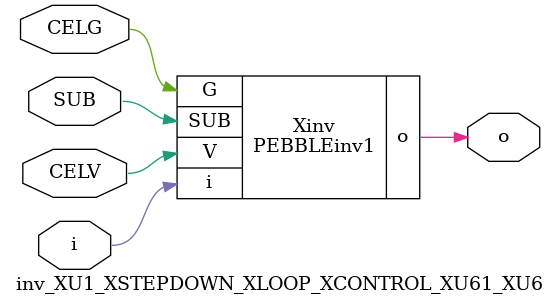
<source format=v>



module PEBBLEinv1 ( o, G, SUB, V, i );

  input V;
  input i;
  input G;
  output o;
  input SUB;
endmodule

//Celera Confidential Do Not Copy inv_XU1_XSTEPDOWN_XLOOP_XCONTROL_XU61_XU6
//Celera Confidential Symbol Generator
//5V Inverter
module inv_XU1_XSTEPDOWN_XLOOP_XCONTROL_XU61_XU6 (CELV,CELG,i,o,SUB);
input CELV;
input CELG;
input i;
input SUB;
output o;

//Celera Confidential Do Not Copy inv
PEBBLEinv1 Xinv(
.V (CELV),
.i (i),
.o (o),
.SUB (SUB),
.G (CELG)
);
//,diesize,PEBBLEinv1

//Celera Confidential Do Not Copy Module End
//Celera Schematic Generator
endmodule

</source>
